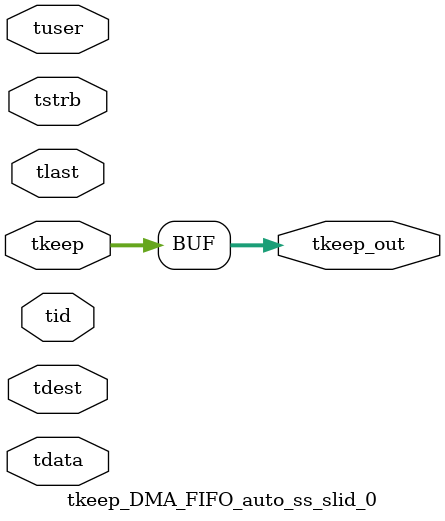
<source format=v>


`timescale 1ps/1ps

module tkeep_DMA_FIFO_auto_ss_slid_0 #
(
parameter C_S_AXIS_TDATA_WIDTH = 32,
parameter C_S_AXIS_TUSER_WIDTH = 0,
parameter C_S_AXIS_TID_WIDTH   = 0,
parameter C_S_AXIS_TDEST_WIDTH = 0,
parameter C_M_AXIS_TDATA_WIDTH = 32
)
(
input  [(C_S_AXIS_TDATA_WIDTH == 0 ? 1 : C_S_AXIS_TDATA_WIDTH)-1:0     ] tdata,
input  [(C_S_AXIS_TUSER_WIDTH == 0 ? 1 : C_S_AXIS_TUSER_WIDTH)-1:0     ] tuser,
input  [(C_S_AXIS_TID_WIDTH   == 0 ? 1 : C_S_AXIS_TID_WIDTH)-1:0       ] tid,
input  [(C_S_AXIS_TDEST_WIDTH == 0 ? 1 : C_S_AXIS_TDEST_WIDTH)-1:0     ] tdest,
input  [(C_S_AXIS_TDATA_WIDTH/8)-1:0 ] tkeep,
input  [(C_S_AXIS_TDATA_WIDTH/8)-1:0 ] tstrb,
input                                                                    tlast,
output [(C_M_AXIS_TDATA_WIDTH/8)-1:0 ] tkeep_out
);

assign tkeep_out = {tkeep[3:0]};

endmodule


</source>
